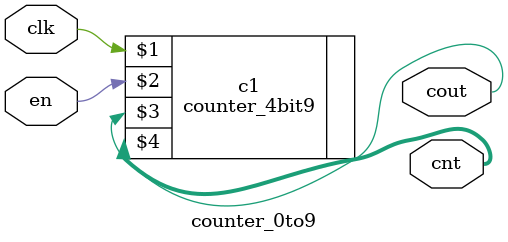
<source format=v>
`timescale 1ns / 1ps


module counter_0to9(clk, en, cout, cnt);

    input       clk;
    input       en;
    output      cout;
    output      [3:0] cnt;
       
    //                          (clk,   clk_en, carry_out,  Q)
    counter_4bit9       c1      (clk,  en,     cout,        cnt);
    

endmodule

</source>
